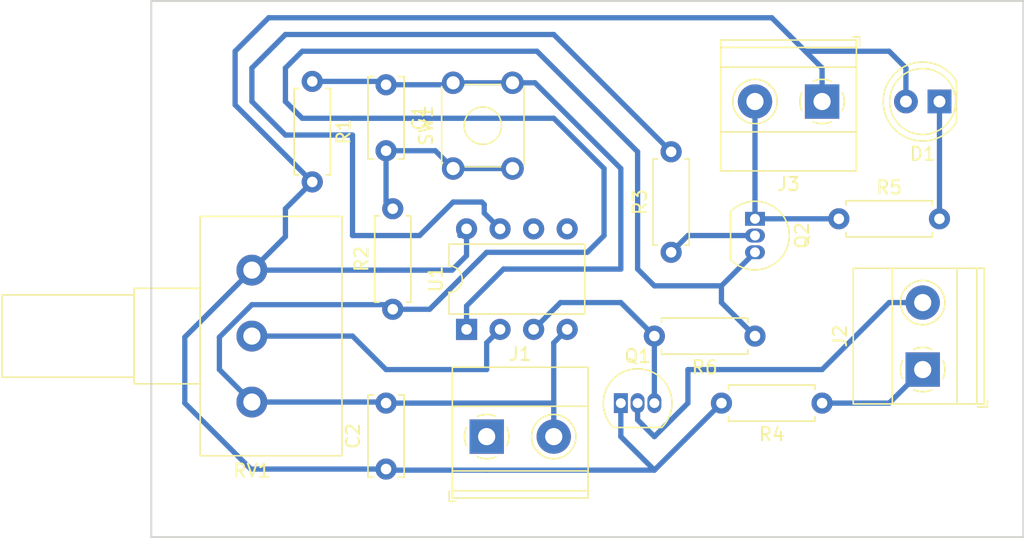
<source format=kicad_pcb>
(kicad_pcb (version 20171130) (host pcbnew "(5.1.9)-1")

  (general
    (thickness 1.6)
    (drawings 4)
    (tracks 109)
    (zones 0)
    (modules 17)
    (nets 15)
  )

  (page A4)
  (layers
    (0 F.Cu signal)
    (31 B.Cu signal)
    (32 B.Adhes user)
    (33 F.Adhes user)
    (34 B.Paste user)
    (35 F.Paste user)
    (36 B.SilkS user)
    (37 F.SilkS user)
    (38 B.Mask user)
    (39 F.Mask user)
    (40 Dwgs.User user)
    (41 Cmts.User user)
    (42 Eco1.User user)
    (43 Eco2.User user)
    (44 Edge.Cuts user)
    (45 Margin user)
    (46 B.CrtYd user)
    (47 F.CrtYd user)
    (48 B.Fab user)
    (49 F.Fab user)
  )

  (setup
    (last_trace_width 0.4)
    (user_trace_width 0.4)
    (trace_clearance 0.2)
    (zone_clearance 0.508)
    (zone_45_only no)
    (trace_min 0.2)
    (via_size 0.8)
    (via_drill 0.4)
    (via_min_size 0.4)
    (via_min_drill 0.3)
    (uvia_size 0.3)
    (uvia_drill 0.1)
    (uvias_allowed no)
    (uvia_min_size 0.2)
    (uvia_min_drill 0.1)
    (edge_width 0.05)
    (segment_width 0.2)
    (pcb_text_width 0.3)
    (pcb_text_size 1.5 1.5)
    (mod_edge_width 0.12)
    (mod_text_size 1 1)
    (mod_text_width 0.15)
    (pad_size 1.524 1.524)
    (pad_drill 0.762)
    (pad_to_mask_clearance 0)
    (aux_axis_origin 0 0)
    (visible_elements FFFFFF7F)
    (pcbplotparams
      (layerselection 0x010fc_ffffffff)
      (usegerberextensions false)
      (usegerberattributes true)
      (usegerberadvancedattributes true)
      (creategerberjobfile true)
      (excludeedgelayer true)
      (linewidth 0.100000)
      (plotframeref false)
      (viasonmask false)
      (mode 1)
      (useauxorigin false)
      (hpglpennumber 1)
      (hpglpenspeed 20)
      (hpglpendiameter 15.000000)
      (psnegative false)
      (psa4output false)
      (plotreference true)
      (plotvalue true)
      (plotinvisibletext false)
      (padsonsilk false)
      (subtractmaskfromsilk false)
      (outputformat 1)
      (mirror false)
      (drillshape 0)
      (scaleselection 1)
      (outputdirectory ""))
  )

  (net 0 "")
  (net 1 "Net-(C1-Pad2)")
  (net 2 Reset)
  (net 3 +5V)
  (net 4 GND)
  (net 5 "Net-(D1-Pad1)")
  (net 6 "Net-(J2-Pad1)")
  (net 7 "Net-(J2-Pad2)")
  (net 8 "Net-(J3-Pad2)")
  (net 9 Sensor)
  (net 10 "Net-(Q2-Pad2)")
  (net 11 Pump)
  (net 12 Potentiometer)
  (net 13 "Net-(U1-Pad5)")
  (net 14 "Net-(U1-Pad6)")

  (net_class Default "This is the default net class."
    (clearance 0.2)
    (trace_width 0.25)
    (via_dia 0.8)
    (via_drill 0.4)
    (uvia_dia 0.3)
    (uvia_drill 0.1)
    (add_net +5V)
    (add_net GND)
    (add_net "Net-(C1-Pad2)")
    (add_net "Net-(D1-Pad1)")
    (add_net "Net-(J2-Pad1)")
    (add_net "Net-(J2-Pad2)")
    (add_net "Net-(J3-Pad2)")
    (add_net "Net-(Q2-Pad2)")
    (add_net "Net-(U1-Pad5)")
    (add_net "Net-(U1-Pad6)")
    (add_net Potentiometer)
    (add_net Pump)
    (add_net Reset)
    (add_net Sensor)
  )

  (module Potentiometer_THT:Potentiometer_Alps_RK163_Single_Horizontal (layer F.Cu) (tedit 5A3D4993) (tstamp 608E6296)
    (at 71.12 109.3 180)
    (descr "Potentiometer, horizontal, Alps RK163 Single, http://www.alps.com/prod/info/E/HTML/Potentiometer/RotaryPotentiometers/RK16/RK16_list.html")
    (tags "Potentiometer horizontal Alps RK163 Single")
    (path /60939D9E)
    (fp_text reference RV1 (at 0 -15.2) (layer F.SilkS)
      (effects (font (size 1 1) (thickness 0.15)))
    )
    (fp_text value R_POT (at 0 5.2) (layer F.Fab)
      (effects (font (size 1 1) (thickness 0.15)))
    )
    (fp_line (start 19.05 -14.2) (end -6.95 -14.2) (layer F.CrtYd) (width 0.05))
    (fp_line (start 19.05 4.2) (end 19.05 -14.2) (layer F.CrtYd) (width 0.05))
    (fp_line (start -6.95 4.2) (end 19.05 4.2) (layer F.CrtYd) (width 0.05))
    (fp_line (start -6.95 -14.2) (end -6.95 4.2) (layer F.CrtYd) (width 0.05))
    (fp_line (start 18.92 -8.12) (end 18.92 -1.879) (layer F.SilkS) (width 0.12))
    (fp_line (start 8.92 -8.12) (end 8.92 -1.879) (layer F.SilkS) (width 0.12))
    (fp_line (start 8.92 -1.879) (end 18.92 -1.879) (layer F.SilkS) (width 0.12))
    (fp_line (start 8.92 -8.12) (end 18.92 -8.12) (layer F.SilkS) (width 0.12))
    (fp_line (start 8.92 -8.62) (end 8.92 -1.38) (layer F.SilkS) (width 0.12))
    (fp_line (start 3.92 -8.62) (end 3.92 -1.38) (layer F.SilkS) (width 0.12))
    (fp_line (start 3.92 -1.38) (end 8.92 -1.38) (layer F.SilkS) (width 0.12))
    (fp_line (start 3.92 -8.62) (end 8.92 -8.62) (layer F.SilkS) (width 0.12))
    (fp_line (start 3.92 -14.07) (end 3.92 4.07) (layer F.SilkS) (width 0.12))
    (fp_line (start -6.82 -14.07) (end -6.82 4.07) (layer F.SilkS) (width 0.12))
    (fp_line (start -6.82 4.07) (end 3.92 4.07) (layer F.SilkS) (width 0.12))
    (fp_line (start -6.82 -14.07) (end 3.92 -14.07) (layer F.SilkS) (width 0.12))
    (fp_line (start 18.8 -8) (end 8.8 -8) (layer F.Fab) (width 0.1))
    (fp_line (start 18.8 -2) (end 18.8 -8) (layer F.Fab) (width 0.1))
    (fp_line (start 8.8 -2) (end 18.8 -2) (layer F.Fab) (width 0.1))
    (fp_line (start 8.8 -8) (end 8.8 -2) (layer F.Fab) (width 0.1))
    (fp_line (start 8.8 -8.5) (end 3.8 -8.5) (layer F.Fab) (width 0.1))
    (fp_line (start 8.8 -1.5) (end 8.8 -8.5) (layer F.Fab) (width 0.1))
    (fp_line (start 3.8 -1.5) (end 8.8 -1.5) (layer F.Fab) (width 0.1))
    (fp_line (start 3.8 -8.5) (end 3.8 -1.5) (layer F.Fab) (width 0.1))
    (fp_line (start 3.8 -13.95) (end -6.7 -13.95) (layer F.Fab) (width 0.1))
    (fp_line (start 3.8 3.95) (end 3.8 -13.95) (layer F.Fab) (width 0.1))
    (fp_line (start -6.7 3.95) (end 3.8 3.95) (layer F.Fab) (width 0.1))
    (fp_line (start -6.7 -13.95) (end -6.7 3.95) (layer F.Fab) (width 0.1))
    (fp_text user %R (at -1.45 -5) (layer F.Fab)
      (effects (font (size 1 1) (thickness 0.15)))
    )
    (pad 3 thru_hole circle (at 0 -10 180) (size 2.34 2.34) (drill 1.3) (layers *.Cu *.Mask)
      (net 4 GND))
    (pad 2 thru_hole circle (at 0 -5 180) (size 2.34 2.34) (drill 1.3) (layers *.Cu *.Mask)
      (net 12 Potentiometer))
    (pad 1 thru_hole circle (at 0 0 180) (size 2.34 2.34) (drill 1.3) (layers *.Cu *.Mask)
      (net 3 +5V))
    (model ${KISYS3DMOD}/Potentiometer_THT.3dshapes/Potentiometer_Alps_RK163_Single_Horizontal.wrl
      (at (xyz 0 0 0))
      (scale (xyz 1 1 1))
      (rotate (xyz 0 0 0))
    )
  )

  (module TerminalBlock_Phoenix:TerminalBlock_Phoenix_MKDS-1,5-2-5.08_1x02_P5.08mm_Horizontal (layer F.Cu) (tedit 5B294EBC) (tstamp 608E59A4)
    (at 88.9 121.92)
    (descr "Terminal Block Phoenix MKDS-1,5-2-5.08, 2 pins, pitch 5.08mm, size 10.2x9.8mm^2, drill diamater 1.3mm, pad diameter 2.6mm, see http://www.farnell.com/datasheets/100425.pdf, script-generated using https://github.com/pointhi/kicad-footprint-generator/scripts/TerminalBlock_Phoenix")
    (tags "THT Terminal Block Phoenix MKDS-1,5-2-5.08 pitch 5.08mm size 10.2x9.8mm^2 drill 1.3mm pad 2.6mm")
    (path /6089FF0A)
    (fp_text reference J1 (at 2.54 -6.26) (layer F.SilkS)
      (effects (font (size 1 1) (thickness 0.15)))
    )
    (fp_text value Screw_Terminal_01x02 (at 2.54 5.66) (layer F.Fab)
      (effects (font (size 1 1) (thickness 0.15)))
    )
    (fp_line (start 8.13 -5.71) (end -3.04 -5.71) (layer F.CrtYd) (width 0.05))
    (fp_line (start 8.13 5.1) (end 8.13 -5.71) (layer F.CrtYd) (width 0.05))
    (fp_line (start -3.04 5.1) (end 8.13 5.1) (layer F.CrtYd) (width 0.05))
    (fp_line (start -3.04 -5.71) (end -3.04 5.1) (layer F.CrtYd) (width 0.05))
    (fp_line (start -2.84 4.9) (end -2.34 4.9) (layer F.SilkS) (width 0.12))
    (fp_line (start -2.84 4.16) (end -2.84 4.9) (layer F.SilkS) (width 0.12))
    (fp_line (start 3.853 1.023) (end 3.806 1.069) (layer F.SilkS) (width 0.12))
    (fp_line (start 6.15 -1.275) (end 6.115 -1.239) (layer F.SilkS) (width 0.12))
    (fp_line (start 4.046 1.239) (end 4.011 1.274) (layer F.SilkS) (width 0.12))
    (fp_line (start 6.355 -1.069) (end 6.308 -1.023) (layer F.SilkS) (width 0.12))
    (fp_line (start 6.035 -1.138) (end 3.943 0.955) (layer F.Fab) (width 0.1))
    (fp_line (start 6.218 -0.955) (end 4.126 1.138) (layer F.Fab) (width 0.1))
    (fp_line (start 0.955 -1.138) (end -1.138 0.955) (layer F.Fab) (width 0.1))
    (fp_line (start 1.138 -0.955) (end -0.955 1.138) (layer F.Fab) (width 0.1))
    (fp_line (start 7.68 -5.261) (end 7.68 4.66) (layer F.SilkS) (width 0.12))
    (fp_line (start -2.6 -5.261) (end -2.6 4.66) (layer F.SilkS) (width 0.12))
    (fp_line (start -2.6 4.66) (end 7.68 4.66) (layer F.SilkS) (width 0.12))
    (fp_line (start -2.6 -5.261) (end 7.68 -5.261) (layer F.SilkS) (width 0.12))
    (fp_line (start -2.6 -2.301) (end 7.68 -2.301) (layer F.SilkS) (width 0.12))
    (fp_line (start -2.54 -2.3) (end 7.62 -2.3) (layer F.Fab) (width 0.1))
    (fp_line (start -2.6 2.6) (end 7.68 2.6) (layer F.SilkS) (width 0.12))
    (fp_line (start -2.54 2.6) (end 7.62 2.6) (layer F.Fab) (width 0.1))
    (fp_line (start -2.6 4.1) (end 7.68 4.1) (layer F.SilkS) (width 0.12))
    (fp_line (start -2.54 4.1) (end 7.62 4.1) (layer F.Fab) (width 0.1))
    (fp_line (start -2.54 4.1) (end -2.54 -5.2) (layer F.Fab) (width 0.1))
    (fp_line (start -2.04 4.6) (end -2.54 4.1) (layer F.Fab) (width 0.1))
    (fp_line (start 7.62 4.6) (end -2.04 4.6) (layer F.Fab) (width 0.1))
    (fp_line (start 7.62 -5.2) (end 7.62 4.6) (layer F.Fab) (width 0.1))
    (fp_line (start -2.54 -5.2) (end 7.62 -5.2) (layer F.Fab) (width 0.1))
    (fp_circle (center 5.08 0) (end 6.76 0) (layer F.SilkS) (width 0.12))
    (fp_circle (center 5.08 0) (end 6.58 0) (layer F.Fab) (width 0.1))
    (fp_circle (center 0 0) (end 1.5 0) (layer F.Fab) (width 0.1))
    (fp_arc (start 0 0) (end 0 1.68) (angle -24) (layer F.SilkS) (width 0.12))
    (fp_arc (start 0 0) (end 1.535 0.684) (angle -48) (layer F.SilkS) (width 0.12))
    (fp_arc (start 0 0) (end 0.684 -1.535) (angle -48) (layer F.SilkS) (width 0.12))
    (fp_arc (start 0 0) (end -1.535 -0.684) (angle -48) (layer F.SilkS) (width 0.12))
    (fp_arc (start 0 0) (end -0.684 1.535) (angle -25) (layer F.SilkS) (width 0.12))
    (fp_text user %R (at 2.54 3.2) (layer F.Fab)
      (effects (font (size 1 1) (thickness 0.15)))
    )
    (pad 1 thru_hole rect (at 0 0) (size 2.6 2.6) (drill 1.3) (layers *.Cu *.Mask)
      (net 3 +5V))
    (pad 2 thru_hole circle (at 5.08 0) (size 2.6 2.6) (drill 1.3) (layers *.Cu *.Mask)
      (net 4 GND))
    (model ${KISYS3DMOD}/TerminalBlock_Phoenix.3dshapes/TerminalBlock_Phoenix_MKDS-1,5-2-5.08_1x02_P5.08mm_Horizontal.wrl
      (at (xyz 0 0 0))
      (scale (xyz 1 1 1))
      (rotate (xyz 0 0 0))
    )
  )

  (module Package_DIP:DIP-8_W7.62mm (layer F.Cu) (tedit 5A02E8C5) (tstamp 608E734C)
    (at 87.376 113.792 90)
    (descr "8-lead though-hole mounted DIP package, row spacing 7.62 mm (300 mils)")
    (tags "THT DIP DIL PDIP 2.54mm 7.62mm 300mil")
    (path /6089ED63)
    (fp_text reference U1 (at 3.81 -2.33 90) (layer F.SilkS)
      (effects (font (size 1 1) (thickness 0.15)))
    )
    (fp_text value ATtiny13A-PU (at 3.81 9.95 90) (layer F.Fab)
      (effects (font (size 1 1) (thickness 0.15)))
    )
    (fp_line (start 8.7 -1.55) (end -1.1 -1.55) (layer F.CrtYd) (width 0.05))
    (fp_line (start 8.7 9.15) (end 8.7 -1.55) (layer F.CrtYd) (width 0.05))
    (fp_line (start -1.1 9.15) (end 8.7 9.15) (layer F.CrtYd) (width 0.05))
    (fp_line (start -1.1 -1.55) (end -1.1 9.15) (layer F.CrtYd) (width 0.05))
    (fp_line (start 6.46 -1.33) (end 4.81 -1.33) (layer F.SilkS) (width 0.12))
    (fp_line (start 6.46 8.95) (end 6.46 -1.33) (layer F.SilkS) (width 0.12))
    (fp_line (start 1.16 8.95) (end 6.46 8.95) (layer F.SilkS) (width 0.12))
    (fp_line (start 1.16 -1.33) (end 1.16 8.95) (layer F.SilkS) (width 0.12))
    (fp_line (start 2.81 -1.33) (end 1.16 -1.33) (layer F.SilkS) (width 0.12))
    (fp_line (start 0.635 -0.27) (end 1.635 -1.27) (layer F.Fab) (width 0.1))
    (fp_line (start 0.635 8.89) (end 0.635 -0.27) (layer F.Fab) (width 0.1))
    (fp_line (start 6.985 8.89) (end 0.635 8.89) (layer F.Fab) (width 0.1))
    (fp_line (start 6.985 -1.27) (end 6.985 8.89) (layer F.Fab) (width 0.1))
    (fp_line (start 1.635 -1.27) (end 6.985 -1.27) (layer F.Fab) (width 0.1))
    (fp_arc (start 3.81 -1.33) (end 2.81 -1.33) (angle -180) (layer F.SilkS) (width 0.12))
    (fp_text user %R (at 3.81 3.81 90) (layer F.Fab)
      (effects (font (size 1 1) (thickness 0.15)))
    )
    (pad 1 thru_hole rect (at 0 0 90) (size 1.6 1.6) (drill 0.8) (layers *.Cu *.Mask)
      (net 2 Reset))
    (pad 5 thru_hole oval (at 7.62 7.62 90) (size 1.6 1.6) (drill 0.8) (layers *.Cu *.Mask)
      (net 13 "Net-(U1-Pad5)"))
    (pad 2 thru_hole oval (at 0 2.54 90) (size 1.6 1.6) (drill 0.8) (layers *.Cu *.Mask)
      (net 12 Potentiometer))
    (pad 6 thru_hole oval (at 7.62 5.08 90) (size 1.6 1.6) (drill 0.8) (layers *.Cu *.Mask)
      (net 14 "Net-(U1-Pad6)"))
    (pad 3 thru_hole oval (at 0 5.08 90) (size 1.6 1.6) (drill 0.8) (layers *.Cu *.Mask)
      (net 9 Sensor))
    (pad 7 thru_hole oval (at 7.62 2.54 90) (size 1.6 1.6) (drill 0.8) (layers *.Cu *.Mask)
      (net 11 Pump))
    (pad 4 thru_hole oval (at 0 7.62 90) (size 1.6 1.6) (drill 0.8) (layers *.Cu *.Mask)
      (net 4 GND))
    (pad 8 thru_hole oval (at 7.62 0 90) (size 1.6 1.6) (drill 0.8) (layers *.Cu *.Mask)
      (net 3 +5V))
    (model ${KISYS3DMOD}/Package_DIP.3dshapes/DIP-8_W7.62mm.wrl
      (at (xyz 0 0 0))
      (scale (xyz 1 1 1))
      (rotate (xyz 0 0 0))
    )
  )

  (module Capacitor_THT:C_Disc_D6.0mm_W2.5mm_P5.00mm (layer F.Cu) (tedit 5AE50EF0) (tstamp 608E5951)
    (at 81.28 95.25 270)
    (descr "C, Disc series, Radial, pin pitch=5.00mm, , diameter*width=6*2.5mm^2, Capacitor, http://cdn-reichelt.de/documents/datenblatt/B300/DS_KERKO_TC.pdf")
    (tags "C Disc series Radial pin pitch 5.00mm  diameter 6mm width 2.5mm Capacitor")
    (path /6090ADF5)
    (fp_text reference C1 (at 2.5 -2.5 90) (layer F.SilkS)
      (effects (font (size 1 1) (thickness 0.15)))
    )
    (fp_text value 100n (at 2.5 2.5 90) (layer F.Fab)
      (effects (font (size 1 1) (thickness 0.15)))
    )
    (fp_text user %R (at 2.5 0 90) (layer F.Fab)
      (effects (font (size 1 1) (thickness 0.15)))
    )
    (fp_line (start -0.5 -1.25) (end -0.5 1.25) (layer F.Fab) (width 0.1))
    (fp_line (start -0.5 1.25) (end 5.5 1.25) (layer F.Fab) (width 0.1))
    (fp_line (start 5.5 1.25) (end 5.5 -1.25) (layer F.Fab) (width 0.1))
    (fp_line (start 5.5 -1.25) (end -0.5 -1.25) (layer F.Fab) (width 0.1))
    (fp_line (start -0.62 -1.37) (end 5.62 -1.37) (layer F.SilkS) (width 0.12))
    (fp_line (start -0.62 1.37) (end 5.62 1.37) (layer F.SilkS) (width 0.12))
    (fp_line (start -0.62 -1.37) (end -0.62 -0.925) (layer F.SilkS) (width 0.12))
    (fp_line (start -0.62 0.925) (end -0.62 1.37) (layer F.SilkS) (width 0.12))
    (fp_line (start 5.62 -1.37) (end 5.62 -0.925) (layer F.SilkS) (width 0.12))
    (fp_line (start 5.62 0.925) (end 5.62 1.37) (layer F.SilkS) (width 0.12))
    (fp_line (start -1.05 -1.5) (end -1.05 1.5) (layer F.CrtYd) (width 0.05))
    (fp_line (start -1.05 1.5) (end 6.05 1.5) (layer F.CrtYd) (width 0.05))
    (fp_line (start 6.05 1.5) (end 6.05 -1.5) (layer F.CrtYd) (width 0.05))
    (fp_line (start 6.05 -1.5) (end -1.05 -1.5) (layer F.CrtYd) (width 0.05))
    (pad 2 thru_hole circle (at 5 0 270) (size 1.6 1.6) (drill 0.8) (layers *.Cu *.Mask)
      (net 1 "Net-(C1-Pad2)"))
    (pad 1 thru_hole circle (at 0 0 270) (size 1.6 1.6) (drill 0.8) (layers *.Cu *.Mask)
      (net 2 Reset))
    (model ${KISYS3DMOD}/Capacitor_THT.3dshapes/C_Disc_D6.0mm_W2.5mm_P5.00mm.wrl
      (at (xyz 0 0 0))
      (scale (xyz 1 1 1))
      (rotate (xyz 0 0 0))
    )
  )

  (module Capacitor_THT:C_Disc_D6.0mm_W2.5mm_P5.00mm (layer F.Cu) (tedit 5AE50EF0) (tstamp 608E96E9)
    (at 81.28 124.38 90)
    (descr "C, Disc series, Radial, pin pitch=5.00mm, , diameter*width=6*2.5mm^2, Capacitor, http://cdn-reichelt.de/documents/datenblatt/B300/DS_KERKO_TC.pdf")
    (tags "C Disc series Radial pin pitch 5.00mm  diameter 6mm width 2.5mm Capacitor")
    (path /60A4B192)
    (fp_text reference C2 (at 2.5 -2.5 90) (layer F.SilkS)
      (effects (font (size 1 1) (thickness 0.15)))
    )
    (fp_text value 100n (at 2.5 2.5 90) (layer F.Fab)
      (effects (font (size 1 1) (thickness 0.15)))
    )
    (fp_line (start 6.05 -1.5) (end -1.05 -1.5) (layer F.CrtYd) (width 0.05))
    (fp_line (start 6.05 1.5) (end 6.05 -1.5) (layer F.CrtYd) (width 0.05))
    (fp_line (start -1.05 1.5) (end 6.05 1.5) (layer F.CrtYd) (width 0.05))
    (fp_line (start -1.05 -1.5) (end -1.05 1.5) (layer F.CrtYd) (width 0.05))
    (fp_line (start 5.62 0.925) (end 5.62 1.37) (layer F.SilkS) (width 0.12))
    (fp_line (start 5.62 -1.37) (end 5.62 -0.925) (layer F.SilkS) (width 0.12))
    (fp_line (start -0.62 0.925) (end -0.62 1.37) (layer F.SilkS) (width 0.12))
    (fp_line (start -0.62 -1.37) (end -0.62 -0.925) (layer F.SilkS) (width 0.12))
    (fp_line (start -0.62 1.37) (end 5.62 1.37) (layer F.SilkS) (width 0.12))
    (fp_line (start -0.62 -1.37) (end 5.62 -1.37) (layer F.SilkS) (width 0.12))
    (fp_line (start 5.5 -1.25) (end -0.5 -1.25) (layer F.Fab) (width 0.1))
    (fp_line (start 5.5 1.25) (end 5.5 -1.25) (layer F.Fab) (width 0.1))
    (fp_line (start -0.5 1.25) (end 5.5 1.25) (layer F.Fab) (width 0.1))
    (fp_line (start -0.5 -1.25) (end -0.5 1.25) (layer F.Fab) (width 0.1))
    (fp_text user %R (at 2.5 0 90) (layer F.Fab)
      (effects (font (size 1 1) (thickness 0.15)))
    )
    (pad 1 thru_hole circle (at 0 0 90) (size 1.6 1.6) (drill 0.8) (layers *.Cu *.Mask)
      (net 3 +5V))
    (pad 2 thru_hole circle (at 5 0 90) (size 1.6 1.6) (drill 0.8) (layers *.Cu *.Mask)
      (net 4 GND))
    (model ${KISYS3DMOD}/Capacitor_THT.3dshapes/C_Disc_D6.0mm_W2.5mm_P5.00mm.wrl
      (at (xyz 0 0 0))
      (scale (xyz 1 1 1))
      (rotate (xyz 0 0 0))
    )
  )

  (module LED_THT:LED_D5.0mm (layer F.Cu) (tedit 5995936A) (tstamp 608E8B35)
    (at 123.19 96.52 180)
    (descr "LED, diameter 5.0mm, 2 pins, http://cdn-reichelt.de/documents/datenblatt/A500/LL-504BC2E-009.pdf")
    (tags "LED diameter 5.0mm 2 pins")
    (path /608ED5E0)
    (fp_text reference D1 (at 1.27 -3.96) (layer F.SilkS)
      (effects (font (size 1 1) (thickness 0.15)))
    )
    (fp_text value LED (at 1.27 3.96) (layer F.Fab)
      (effects (font (size 1 1) (thickness 0.15)))
    )
    (fp_line (start 4.5 -3.25) (end -1.95 -3.25) (layer F.CrtYd) (width 0.05))
    (fp_line (start 4.5 3.25) (end 4.5 -3.25) (layer F.CrtYd) (width 0.05))
    (fp_line (start -1.95 3.25) (end 4.5 3.25) (layer F.CrtYd) (width 0.05))
    (fp_line (start -1.95 -3.25) (end -1.95 3.25) (layer F.CrtYd) (width 0.05))
    (fp_line (start -1.29 -1.545) (end -1.29 1.545) (layer F.SilkS) (width 0.12))
    (fp_line (start -1.23 -1.469694) (end -1.23 1.469694) (layer F.Fab) (width 0.1))
    (fp_circle (center 1.27 0) (end 3.77 0) (layer F.SilkS) (width 0.12))
    (fp_circle (center 1.27 0) (end 3.77 0) (layer F.Fab) (width 0.1))
    (fp_arc (start 1.27 0) (end -1.23 -1.469694) (angle 299.1) (layer F.Fab) (width 0.1))
    (fp_arc (start 1.27 0) (end -1.29 -1.54483) (angle 148.9) (layer F.SilkS) (width 0.12))
    (fp_arc (start 1.27 0) (end -1.29 1.54483) (angle -148.9) (layer F.SilkS) (width 0.12))
    (fp_text user %R (at 1.25 0) (layer F.Fab)
      (effects (font (size 0.8 0.8) (thickness 0.2)))
    )
    (pad 1 thru_hole rect (at 0 0 180) (size 1.8 1.8) (drill 0.9) (layers *.Cu *.Mask)
      (net 5 "Net-(D1-Pad1)"))
    (pad 2 thru_hole circle (at 2.54 0 180) (size 1.8 1.8) (drill 0.9) (layers *.Cu *.Mask)
      (net 3 +5V))
    (model ${KISYS3DMOD}/LED_THT.3dshapes/LED_D5.0mm.wrl
      (at (xyz 0 0 0))
      (scale (xyz 1 1 1))
      (rotate (xyz 0 0 0))
    )
  )

  (module TerminalBlock_Phoenix:TerminalBlock_Phoenix_MKDS-1,5-2-5.08_1x02_P5.08mm_Horizontal (layer F.Cu) (tedit 5B294EBC) (tstamp 608E8D68)
    (at 121.92 116.84 90)
    (descr "Terminal Block Phoenix MKDS-1,5-2-5.08, 2 pins, pitch 5.08mm, size 10.2x9.8mm^2, drill diamater 1.3mm, pad diameter 2.6mm, see http://www.farnell.com/datasheets/100425.pdf, script-generated using https://github.com/pointhi/kicad-footprint-generator/scripts/TerminalBlock_Phoenix")
    (tags "THT Terminal Block Phoenix MKDS-1,5-2-5.08 pitch 5.08mm size 10.2x9.8mm^2 drill 1.3mm pad 2.6mm")
    (path /608DCD99)
    (fp_text reference J2 (at 2.54 -6.26 90) (layer F.SilkS)
      (effects (font (size 1 1) (thickness 0.15)))
    )
    (fp_text value Screw_Terminal_01x02 (at 2.54 5.66 90) (layer F.Fab)
      (effects (font (size 1 1) (thickness 0.15)))
    )
    (fp_line (start 8.13 -5.71) (end -3.04 -5.71) (layer F.CrtYd) (width 0.05))
    (fp_line (start 8.13 5.1) (end 8.13 -5.71) (layer F.CrtYd) (width 0.05))
    (fp_line (start -3.04 5.1) (end 8.13 5.1) (layer F.CrtYd) (width 0.05))
    (fp_line (start -3.04 -5.71) (end -3.04 5.1) (layer F.CrtYd) (width 0.05))
    (fp_line (start -2.84 4.9) (end -2.34 4.9) (layer F.SilkS) (width 0.12))
    (fp_line (start -2.84 4.16) (end -2.84 4.9) (layer F.SilkS) (width 0.12))
    (fp_line (start 3.853 1.023) (end 3.806 1.069) (layer F.SilkS) (width 0.12))
    (fp_line (start 6.15 -1.275) (end 6.115 -1.239) (layer F.SilkS) (width 0.12))
    (fp_line (start 4.046 1.239) (end 4.011 1.274) (layer F.SilkS) (width 0.12))
    (fp_line (start 6.355 -1.069) (end 6.308 -1.023) (layer F.SilkS) (width 0.12))
    (fp_line (start 6.035 -1.138) (end 3.943 0.955) (layer F.Fab) (width 0.1))
    (fp_line (start 6.218 -0.955) (end 4.126 1.138) (layer F.Fab) (width 0.1))
    (fp_line (start 0.955 -1.138) (end -1.138 0.955) (layer F.Fab) (width 0.1))
    (fp_line (start 1.138 -0.955) (end -0.955 1.138) (layer F.Fab) (width 0.1))
    (fp_line (start 7.68 -5.261) (end 7.68 4.66) (layer F.SilkS) (width 0.12))
    (fp_line (start -2.6 -5.261) (end -2.6 4.66) (layer F.SilkS) (width 0.12))
    (fp_line (start -2.6 4.66) (end 7.68 4.66) (layer F.SilkS) (width 0.12))
    (fp_line (start -2.6 -5.261) (end 7.68 -5.261) (layer F.SilkS) (width 0.12))
    (fp_line (start -2.6 -2.301) (end 7.68 -2.301) (layer F.SilkS) (width 0.12))
    (fp_line (start -2.54 -2.3) (end 7.62 -2.3) (layer F.Fab) (width 0.1))
    (fp_line (start -2.6 2.6) (end 7.68 2.6) (layer F.SilkS) (width 0.12))
    (fp_line (start -2.54 2.6) (end 7.62 2.6) (layer F.Fab) (width 0.1))
    (fp_line (start -2.6 4.1) (end 7.68 4.1) (layer F.SilkS) (width 0.12))
    (fp_line (start -2.54 4.1) (end 7.62 4.1) (layer F.Fab) (width 0.1))
    (fp_line (start -2.54 4.1) (end -2.54 -5.2) (layer F.Fab) (width 0.1))
    (fp_line (start -2.04 4.6) (end -2.54 4.1) (layer F.Fab) (width 0.1))
    (fp_line (start 7.62 4.6) (end -2.04 4.6) (layer F.Fab) (width 0.1))
    (fp_line (start 7.62 -5.2) (end 7.62 4.6) (layer F.Fab) (width 0.1))
    (fp_line (start -2.54 -5.2) (end 7.62 -5.2) (layer F.Fab) (width 0.1))
    (fp_circle (center 5.08 0) (end 6.76 0) (layer F.SilkS) (width 0.12))
    (fp_circle (center 5.08 0) (end 6.58 0) (layer F.Fab) (width 0.1))
    (fp_circle (center 0 0) (end 1.5 0) (layer F.Fab) (width 0.1))
    (fp_arc (start 0 0) (end 0 1.68) (angle -24) (layer F.SilkS) (width 0.12))
    (fp_arc (start 0 0) (end 1.535 0.684) (angle -48) (layer F.SilkS) (width 0.12))
    (fp_arc (start 0 0) (end 0.684 -1.535) (angle -48) (layer F.SilkS) (width 0.12))
    (fp_arc (start 0 0) (end -1.535 -0.684) (angle -48) (layer F.SilkS) (width 0.12))
    (fp_arc (start 0 0) (end -0.684 1.535) (angle -25) (layer F.SilkS) (width 0.12))
    (fp_text user %R (at 2.54 3.2 90) (layer F.Fab)
      (effects (font (size 1 1) (thickness 0.15)))
    )
    (pad 1 thru_hole rect (at 0 0 90) (size 2.6 2.6) (drill 1.3) (layers *.Cu *.Mask)
      (net 6 "Net-(J2-Pad1)"))
    (pad 2 thru_hole circle (at 5.08 0 90) (size 2.6 2.6) (drill 1.3) (layers *.Cu *.Mask)
      (net 7 "Net-(J2-Pad2)"))
    (model ${KISYS3DMOD}/TerminalBlock_Phoenix.3dshapes/TerminalBlock_Phoenix_MKDS-1,5-2-5.08_1x02_P5.08mm_Horizontal.wrl
      (at (xyz 0 0 0))
      (scale (xyz 1 1 1))
      (rotate (xyz 0 0 0))
    )
  )

  (module TerminalBlock_Phoenix:TerminalBlock_Phoenix_MKDS-1,5-2-5.08_1x02_P5.08mm_Horizontal (layer F.Cu) (tedit 5B294EBC) (tstamp 608E59FC)
    (at 114.3 96.52 180)
    (descr "Terminal Block Phoenix MKDS-1,5-2-5.08, 2 pins, pitch 5.08mm, size 10.2x9.8mm^2, drill diamater 1.3mm, pad diameter 2.6mm, see http://www.farnell.com/datasheets/100425.pdf, script-generated using https://github.com/pointhi/kicad-footprint-generator/scripts/TerminalBlock_Phoenix")
    (tags "THT Terminal Block Phoenix MKDS-1,5-2-5.08 pitch 5.08mm size 10.2x9.8mm^2 drill 1.3mm pad 2.6mm")
    (path /608B19B6)
    (fp_text reference J3 (at 2.54 -6.26) (layer F.SilkS)
      (effects (font (size 1 1) (thickness 0.15)))
    )
    (fp_text value Screw_Terminal_01x02 (at 2.54 5.66) (layer F.Fab)
      (effects (font (size 1 1) (thickness 0.15)))
    )
    (fp_text user %R (at 2.54 3.2) (layer F.Fab)
      (effects (font (size 1 1) (thickness 0.15)))
    )
    (fp_arc (start 0 0) (end -0.684 1.535) (angle -25) (layer F.SilkS) (width 0.12))
    (fp_arc (start 0 0) (end -1.535 -0.684) (angle -48) (layer F.SilkS) (width 0.12))
    (fp_arc (start 0 0) (end 0.684 -1.535) (angle -48) (layer F.SilkS) (width 0.12))
    (fp_arc (start 0 0) (end 1.535 0.684) (angle -48) (layer F.SilkS) (width 0.12))
    (fp_arc (start 0 0) (end 0 1.68) (angle -24) (layer F.SilkS) (width 0.12))
    (fp_circle (center 0 0) (end 1.5 0) (layer F.Fab) (width 0.1))
    (fp_circle (center 5.08 0) (end 6.58 0) (layer F.Fab) (width 0.1))
    (fp_circle (center 5.08 0) (end 6.76 0) (layer F.SilkS) (width 0.12))
    (fp_line (start -2.54 -5.2) (end 7.62 -5.2) (layer F.Fab) (width 0.1))
    (fp_line (start 7.62 -5.2) (end 7.62 4.6) (layer F.Fab) (width 0.1))
    (fp_line (start 7.62 4.6) (end -2.04 4.6) (layer F.Fab) (width 0.1))
    (fp_line (start -2.04 4.6) (end -2.54 4.1) (layer F.Fab) (width 0.1))
    (fp_line (start -2.54 4.1) (end -2.54 -5.2) (layer F.Fab) (width 0.1))
    (fp_line (start -2.54 4.1) (end 7.62 4.1) (layer F.Fab) (width 0.1))
    (fp_line (start -2.6 4.1) (end 7.68 4.1) (layer F.SilkS) (width 0.12))
    (fp_line (start -2.54 2.6) (end 7.62 2.6) (layer F.Fab) (width 0.1))
    (fp_line (start -2.6 2.6) (end 7.68 2.6) (layer F.SilkS) (width 0.12))
    (fp_line (start -2.54 -2.3) (end 7.62 -2.3) (layer F.Fab) (width 0.1))
    (fp_line (start -2.6 -2.301) (end 7.68 -2.301) (layer F.SilkS) (width 0.12))
    (fp_line (start -2.6 -5.261) (end 7.68 -5.261) (layer F.SilkS) (width 0.12))
    (fp_line (start -2.6 4.66) (end 7.68 4.66) (layer F.SilkS) (width 0.12))
    (fp_line (start -2.6 -5.261) (end -2.6 4.66) (layer F.SilkS) (width 0.12))
    (fp_line (start 7.68 -5.261) (end 7.68 4.66) (layer F.SilkS) (width 0.12))
    (fp_line (start 1.138 -0.955) (end -0.955 1.138) (layer F.Fab) (width 0.1))
    (fp_line (start 0.955 -1.138) (end -1.138 0.955) (layer F.Fab) (width 0.1))
    (fp_line (start 6.218 -0.955) (end 4.126 1.138) (layer F.Fab) (width 0.1))
    (fp_line (start 6.035 -1.138) (end 3.943 0.955) (layer F.Fab) (width 0.1))
    (fp_line (start 6.355 -1.069) (end 6.308 -1.023) (layer F.SilkS) (width 0.12))
    (fp_line (start 4.046 1.239) (end 4.011 1.274) (layer F.SilkS) (width 0.12))
    (fp_line (start 6.15 -1.275) (end 6.115 -1.239) (layer F.SilkS) (width 0.12))
    (fp_line (start 3.853 1.023) (end 3.806 1.069) (layer F.SilkS) (width 0.12))
    (fp_line (start -2.84 4.16) (end -2.84 4.9) (layer F.SilkS) (width 0.12))
    (fp_line (start -2.84 4.9) (end -2.34 4.9) (layer F.SilkS) (width 0.12))
    (fp_line (start -3.04 -5.71) (end -3.04 5.1) (layer F.CrtYd) (width 0.05))
    (fp_line (start -3.04 5.1) (end 8.13 5.1) (layer F.CrtYd) (width 0.05))
    (fp_line (start 8.13 5.1) (end 8.13 -5.71) (layer F.CrtYd) (width 0.05))
    (fp_line (start 8.13 -5.71) (end -3.04 -5.71) (layer F.CrtYd) (width 0.05))
    (pad 2 thru_hole circle (at 5.08 0 180) (size 2.6 2.6) (drill 1.3) (layers *.Cu *.Mask)
      (net 8 "Net-(J3-Pad2)"))
    (pad 1 thru_hole rect (at 0 0 180) (size 2.6 2.6) (drill 1.3) (layers *.Cu *.Mask)
      (net 3 +5V))
    (model ${KISYS3DMOD}/TerminalBlock_Phoenix.3dshapes/TerminalBlock_Phoenix_MKDS-1,5-2-5.08_1x02_P5.08mm_Horizontal.wrl
      (at (xyz 0 0 0))
      (scale (xyz 1 1 1))
      (rotate (xyz 0 0 0))
    )
  )

  (module Package_TO_SOT_THT:TO-92_Inline (layer F.Cu) (tedit 5A1DD157) (tstamp 608E8C78)
    (at 99.06 119.38)
    (descr "TO-92 leads in-line, narrow, oval pads, drill 0.75mm (see NXP sot054_po.pdf)")
    (tags "to-92 sc-43 sc-43a sot54 PA33 transistor")
    (path /608DC426)
    (fp_text reference Q1 (at 1.27 -3.56) (layer F.SilkS)
      (effects (font (size 1 1) (thickness 0.15)))
    )
    (fp_text value BC547 (at 1.27 2.79) (layer F.Fab)
      (effects (font (size 1 1) (thickness 0.15)))
    )
    (fp_line (start 4 2.01) (end -1.46 2.01) (layer F.CrtYd) (width 0.05))
    (fp_line (start 4 2.01) (end 4 -2.73) (layer F.CrtYd) (width 0.05))
    (fp_line (start -1.46 -2.73) (end -1.46 2.01) (layer F.CrtYd) (width 0.05))
    (fp_line (start -1.46 -2.73) (end 4 -2.73) (layer F.CrtYd) (width 0.05))
    (fp_line (start -0.5 1.75) (end 3 1.75) (layer F.Fab) (width 0.1))
    (fp_line (start -0.53 1.85) (end 3.07 1.85) (layer F.SilkS) (width 0.12))
    (fp_text user %R (at 1.27 0) (layer F.Fab)
      (effects (font (size 1 1) (thickness 0.15)))
    )
    (fp_arc (start 1.27 0) (end 1.27 -2.48) (angle 135) (layer F.Fab) (width 0.1))
    (fp_arc (start 1.27 0) (end 1.27 -2.6) (angle -135) (layer F.SilkS) (width 0.12))
    (fp_arc (start 1.27 0) (end 1.27 -2.48) (angle -135) (layer F.Fab) (width 0.1))
    (fp_arc (start 1.27 0) (end 1.27 -2.6) (angle 135) (layer F.SilkS) (width 0.12))
    (pad 2 thru_hole oval (at 1.27 0) (size 1.05 1.5) (drill 0.75) (layers *.Cu *.Mask)
      (net 7 "Net-(J2-Pad2)"))
    (pad 3 thru_hole oval (at 2.54 0) (size 1.05 1.5) (drill 0.75) (layers *.Cu *.Mask)
      (net 9 Sensor))
    (pad 1 thru_hole rect (at 0 0) (size 1.05 1.5) (drill 0.75) (layers *.Cu *.Mask)
      (net 3 +5V))
    (model ${KISYS3DMOD}/Package_TO_SOT_THT.3dshapes/TO-92_Inline.wrl
      (at (xyz 0 0 0))
      (scale (xyz 1 1 1))
      (rotate (xyz 0 0 0))
    )
  )

  (module Package_TO_SOT_THT:TO-92_Inline (layer F.Cu) (tedit 5A1DD157) (tstamp 608E8A7E)
    (at 109.22 105.41 270)
    (descr "TO-92 leads in-line, narrow, oval pads, drill 0.75mm (see NXP sot054_po.pdf)")
    (tags "to-92 sc-43 sc-43a sot54 PA33 transistor")
    (path /608A0728)
    (fp_text reference Q2 (at 1.27 -3.56 90) (layer F.SilkS)
      (effects (font (size 1 1) (thickness 0.15)))
    )
    (fp_text value BC337 (at 1.27 2.79 90) (layer F.Fab)
      (effects (font (size 1 1) (thickness 0.15)))
    )
    (fp_arc (start 1.27 0) (end 1.27 -2.6) (angle 135) (layer F.SilkS) (width 0.12))
    (fp_arc (start 1.27 0) (end 1.27 -2.48) (angle -135) (layer F.Fab) (width 0.1))
    (fp_arc (start 1.27 0) (end 1.27 -2.6) (angle -135) (layer F.SilkS) (width 0.12))
    (fp_arc (start 1.27 0) (end 1.27 -2.48) (angle 135) (layer F.Fab) (width 0.1))
    (fp_text user %R (at 1.27 0 90) (layer F.Fab)
      (effects (font (size 1 1) (thickness 0.15)))
    )
    (fp_line (start -0.53 1.85) (end 3.07 1.85) (layer F.SilkS) (width 0.12))
    (fp_line (start -0.5 1.75) (end 3 1.75) (layer F.Fab) (width 0.1))
    (fp_line (start -1.46 -2.73) (end 4 -2.73) (layer F.CrtYd) (width 0.05))
    (fp_line (start -1.46 -2.73) (end -1.46 2.01) (layer F.CrtYd) (width 0.05))
    (fp_line (start 4 2.01) (end 4 -2.73) (layer F.CrtYd) (width 0.05))
    (fp_line (start 4 2.01) (end -1.46 2.01) (layer F.CrtYd) (width 0.05))
    (pad 1 thru_hole rect (at 0 0 270) (size 1.05 1.5) (drill 0.75) (layers *.Cu *.Mask)
      (net 8 "Net-(J3-Pad2)"))
    (pad 3 thru_hole oval (at 2.54 0 270) (size 1.05 1.5) (drill 0.75) (layers *.Cu *.Mask)
      (net 4 GND))
    (pad 2 thru_hole oval (at 1.27 0 270) (size 1.05 1.5) (drill 0.75) (layers *.Cu *.Mask)
      (net 10 "Net-(Q2-Pad2)"))
    (model ${KISYS3DMOD}/Package_TO_SOT_THT.3dshapes/TO-92_Inline.wrl
      (at (xyz 0 0 0))
      (scale (xyz 1 1 1))
      (rotate (xyz 0 0 0))
    )
  )

  (module Resistor_THT:R_Axial_DIN0207_L6.3mm_D2.5mm_P7.62mm_Horizontal (layer F.Cu) (tedit 5AE5139B) (tstamp 608E5A37)
    (at 75.692 94.996 270)
    (descr "Resistor, Axial_DIN0207 series, Axial, Horizontal, pin pitch=7.62mm, 0.25W = 1/4W, length*diameter=6.3*2.5mm^2, http://cdn-reichelt.de/documents/datenblatt/B400/1_4W%23YAG.pdf")
    (tags "Resistor Axial_DIN0207 series Axial Horizontal pin pitch 7.62mm 0.25W = 1/4W length 6.3mm diameter 2.5mm")
    (path /6090B1A4)
    (fp_text reference R1 (at 3.81 -2.37 90) (layer F.SilkS)
      (effects (font (size 1 1) (thickness 0.15)))
    )
    (fp_text value 10K (at 3.81 -0.508 90) (layer F.Fab)
      (effects (font (size 1 1) (thickness 0.15)))
    )
    (fp_text user %R (at 3.81 0 90) (layer F.Fab)
      (effects (font (size 1 1) (thickness 0.15)))
    )
    (fp_line (start 0.66 -1.25) (end 0.66 1.25) (layer F.Fab) (width 0.1))
    (fp_line (start 0.66 1.25) (end 6.96 1.25) (layer F.Fab) (width 0.1))
    (fp_line (start 6.96 1.25) (end 6.96 -1.25) (layer F.Fab) (width 0.1))
    (fp_line (start 6.96 -1.25) (end 0.66 -1.25) (layer F.Fab) (width 0.1))
    (fp_line (start 0 0) (end 0.66 0) (layer F.Fab) (width 0.1))
    (fp_line (start 7.62 0) (end 6.96 0) (layer F.Fab) (width 0.1))
    (fp_line (start 0.54 -1.04) (end 0.54 -1.37) (layer F.SilkS) (width 0.12))
    (fp_line (start 0.54 -1.37) (end 7.08 -1.37) (layer F.SilkS) (width 0.12))
    (fp_line (start 7.08 -1.37) (end 7.08 -1.04) (layer F.SilkS) (width 0.12))
    (fp_line (start 0.54 1.04) (end 0.54 1.37) (layer F.SilkS) (width 0.12))
    (fp_line (start 0.54 1.37) (end 7.08 1.37) (layer F.SilkS) (width 0.12))
    (fp_line (start 7.08 1.37) (end 7.08 1.04) (layer F.SilkS) (width 0.12))
    (fp_line (start -1.05 -1.5) (end -1.05 1.5) (layer F.CrtYd) (width 0.05))
    (fp_line (start -1.05 1.5) (end 8.67 1.5) (layer F.CrtYd) (width 0.05))
    (fp_line (start 8.67 1.5) (end 8.67 -1.5) (layer F.CrtYd) (width 0.05))
    (fp_line (start 8.67 -1.5) (end -1.05 -1.5) (layer F.CrtYd) (width 0.05))
    (pad 2 thru_hole oval (at 7.62 0 270) (size 1.6 1.6) (drill 0.8) (layers *.Cu *.Mask)
      (net 3 +5V))
    (pad 1 thru_hole circle (at 0 0 270) (size 1.6 1.6) (drill 0.8) (layers *.Cu *.Mask)
      (net 2 Reset))
    (model ${KISYS3DMOD}/Resistor_THT.3dshapes/R_Axial_DIN0207_L6.3mm_D2.5mm_P7.62mm_Horizontal.wrl
      (at (xyz 0 0 0))
      (scale (xyz 1 1 1))
      (rotate (xyz 0 0 0))
    )
  )

  (module Resistor_THT:R_Axial_DIN0207_L6.3mm_D2.5mm_P7.62mm_Horizontal (layer F.Cu) (tedit 5AE5139B) (tstamp 608E5A4E)
    (at 81.788 112.268 90)
    (descr "Resistor, Axial_DIN0207 series, Axial, Horizontal, pin pitch=7.62mm, 0.25W = 1/4W, length*diameter=6.3*2.5mm^2, http://cdn-reichelt.de/documents/datenblatt/B400/1_4W%23YAG.pdf")
    (tags "Resistor Axial_DIN0207 series Axial Horizontal pin pitch 7.62mm 0.25W = 1/4W length 6.3mm diameter 2.5mm")
    (path /609102F0)
    (fp_text reference R2 (at 3.81 -2.37 90) (layer F.SilkS)
      (effects (font (size 1 1) (thickness 0.15)))
    )
    (fp_text value 1K (at 3.81 -0.508 90) (layer F.Fab)
      (effects (font (size 1 1) (thickness 0.15)))
    )
    (fp_line (start 8.67 -1.5) (end -1.05 -1.5) (layer F.CrtYd) (width 0.05))
    (fp_line (start 8.67 1.5) (end 8.67 -1.5) (layer F.CrtYd) (width 0.05))
    (fp_line (start -1.05 1.5) (end 8.67 1.5) (layer F.CrtYd) (width 0.05))
    (fp_line (start -1.05 -1.5) (end -1.05 1.5) (layer F.CrtYd) (width 0.05))
    (fp_line (start 7.08 1.37) (end 7.08 1.04) (layer F.SilkS) (width 0.12))
    (fp_line (start 0.54 1.37) (end 7.08 1.37) (layer F.SilkS) (width 0.12))
    (fp_line (start 0.54 1.04) (end 0.54 1.37) (layer F.SilkS) (width 0.12))
    (fp_line (start 7.08 -1.37) (end 7.08 -1.04) (layer F.SilkS) (width 0.12))
    (fp_line (start 0.54 -1.37) (end 7.08 -1.37) (layer F.SilkS) (width 0.12))
    (fp_line (start 0.54 -1.04) (end 0.54 -1.37) (layer F.SilkS) (width 0.12))
    (fp_line (start 7.62 0) (end 6.96 0) (layer F.Fab) (width 0.1))
    (fp_line (start 0 0) (end 0.66 0) (layer F.Fab) (width 0.1))
    (fp_line (start 6.96 -1.25) (end 0.66 -1.25) (layer F.Fab) (width 0.1))
    (fp_line (start 6.96 1.25) (end 6.96 -1.25) (layer F.Fab) (width 0.1))
    (fp_line (start 0.66 1.25) (end 6.96 1.25) (layer F.Fab) (width 0.1))
    (fp_line (start 0.66 -1.25) (end 0.66 1.25) (layer F.Fab) (width 0.1))
    (fp_text user %R (at 3.81 0 90) (layer F.Fab)
      (effects (font (size 1 1) (thickness 0.15)))
    )
    (pad 1 thru_hole circle (at 0 0 90) (size 1.6 1.6) (drill 0.8) (layers *.Cu *.Mask)
      (net 4 GND))
    (pad 2 thru_hole oval (at 7.62 0 90) (size 1.6 1.6) (drill 0.8) (layers *.Cu *.Mask)
      (net 1 "Net-(C1-Pad2)"))
    (model ${KISYS3DMOD}/Resistor_THT.3dshapes/R_Axial_DIN0207_L6.3mm_D2.5mm_P7.62mm_Horizontal.wrl
      (at (xyz 0 0 0))
      (scale (xyz 1 1 1))
      (rotate (xyz 0 0 0))
    )
  )

  (module Resistor_THT:R_Axial_DIN0207_L6.3mm_D2.5mm_P7.62mm_Horizontal (layer F.Cu) (tedit 5AE5139B) (tstamp 608E5A65)
    (at 102.87 107.95 90)
    (descr "Resistor, Axial_DIN0207 series, Axial, Horizontal, pin pitch=7.62mm, 0.25W = 1/4W, length*diameter=6.3*2.5mm^2, http://cdn-reichelt.de/documents/datenblatt/B400/1_4W%23YAG.pdf")
    (tags "Resistor Axial_DIN0207 series Axial Horizontal pin pitch 7.62mm 0.25W = 1/4W length 6.3mm diameter 2.5mm")
    (path /608B0CE2)
    (fp_text reference R3 (at 3.81 -2.37 90) (layer F.SilkS)
      (effects (font (size 1 1) (thickness 0.15)))
    )
    (fp_text value 1K (at 3.81 0 90) (layer F.Fab)
      (effects (font (size 1 1) (thickness 0.15)))
    )
    (fp_text user %R (at 3.81 0 90) (layer F.Fab)
      (effects (font (size 1 1) (thickness 0.15)))
    )
    (fp_line (start 0.66 -1.25) (end 0.66 1.25) (layer F.Fab) (width 0.1))
    (fp_line (start 0.66 1.25) (end 6.96 1.25) (layer F.Fab) (width 0.1))
    (fp_line (start 6.96 1.25) (end 6.96 -1.25) (layer F.Fab) (width 0.1))
    (fp_line (start 6.96 -1.25) (end 0.66 -1.25) (layer F.Fab) (width 0.1))
    (fp_line (start 0 0) (end 0.66 0) (layer F.Fab) (width 0.1))
    (fp_line (start 7.62 0) (end 6.96 0) (layer F.Fab) (width 0.1))
    (fp_line (start 0.54 -1.04) (end 0.54 -1.37) (layer F.SilkS) (width 0.12))
    (fp_line (start 0.54 -1.37) (end 7.08 -1.37) (layer F.SilkS) (width 0.12))
    (fp_line (start 7.08 -1.37) (end 7.08 -1.04) (layer F.SilkS) (width 0.12))
    (fp_line (start 0.54 1.04) (end 0.54 1.37) (layer F.SilkS) (width 0.12))
    (fp_line (start 0.54 1.37) (end 7.08 1.37) (layer F.SilkS) (width 0.12))
    (fp_line (start 7.08 1.37) (end 7.08 1.04) (layer F.SilkS) (width 0.12))
    (fp_line (start -1.05 -1.5) (end -1.05 1.5) (layer F.CrtYd) (width 0.05))
    (fp_line (start -1.05 1.5) (end 8.67 1.5) (layer F.CrtYd) (width 0.05))
    (fp_line (start 8.67 1.5) (end 8.67 -1.5) (layer F.CrtYd) (width 0.05))
    (fp_line (start 8.67 -1.5) (end -1.05 -1.5) (layer F.CrtYd) (width 0.05))
    (pad 2 thru_hole oval (at 7.62 0 90) (size 1.6 1.6) (drill 0.8) (layers *.Cu *.Mask)
      (net 11 Pump))
    (pad 1 thru_hole circle (at 0 0 90) (size 1.6 1.6) (drill 0.8) (layers *.Cu *.Mask)
      (net 10 "Net-(Q2-Pad2)"))
    (model ${KISYS3DMOD}/Resistor_THT.3dshapes/R_Axial_DIN0207_L6.3mm_D2.5mm_P7.62mm_Horizontal.wrl
      (at (xyz 0 0 0))
      (scale (xyz 1 1 1))
      (rotate (xyz 0 0 0))
    )
  )

  (module Resistor_THT:R_Axial_DIN0207_L6.3mm_D2.5mm_P7.62mm_Horizontal (layer F.Cu) (tedit 5AE5139B) (tstamp 608E88C7)
    (at 114.3 119.38 180)
    (descr "Resistor, Axial_DIN0207 series, Axial, Horizontal, pin pitch=7.62mm, 0.25W = 1/4W, length*diameter=6.3*2.5mm^2, http://cdn-reichelt.de/documents/datenblatt/B400/1_4W%23YAG.pdf")
    (tags "Resistor Axial_DIN0207 series Axial Horizontal pin pitch 7.62mm 0.25W = 1/4W length 6.3mm diameter 2.5mm")
    (path /608DD3E9)
    (fp_text reference R4 (at 3.81 -2.37) (layer F.SilkS)
      (effects (font (size 1 1) (thickness 0.15)))
    )
    (fp_text value 220 (at 3.81 0) (layer F.Fab)
      (effects (font (size 1 1) (thickness 0.15)))
    )
    (fp_text user %R (at 3.81 0) (layer F.Fab)
      (effects (font (size 1 1) (thickness 0.15)))
    )
    (fp_line (start 0.66 -1.25) (end 0.66 1.25) (layer F.Fab) (width 0.1))
    (fp_line (start 0.66 1.25) (end 6.96 1.25) (layer F.Fab) (width 0.1))
    (fp_line (start 6.96 1.25) (end 6.96 -1.25) (layer F.Fab) (width 0.1))
    (fp_line (start 6.96 -1.25) (end 0.66 -1.25) (layer F.Fab) (width 0.1))
    (fp_line (start 0 0) (end 0.66 0) (layer F.Fab) (width 0.1))
    (fp_line (start 7.62 0) (end 6.96 0) (layer F.Fab) (width 0.1))
    (fp_line (start 0.54 -1.04) (end 0.54 -1.37) (layer F.SilkS) (width 0.12))
    (fp_line (start 0.54 -1.37) (end 7.08 -1.37) (layer F.SilkS) (width 0.12))
    (fp_line (start 7.08 -1.37) (end 7.08 -1.04) (layer F.SilkS) (width 0.12))
    (fp_line (start 0.54 1.04) (end 0.54 1.37) (layer F.SilkS) (width 0.12))
    (fp_line (start 0.54 1.37) (end 7.08 1.37) (layer F.SilkS) (width 0.12))
    (fp_line (start 7.08 1.37) (end 7.08 1.04) (layer F.SilkS) (width 0.12))
    (fp_line (start -1.05 -1.5) (end -1.05 1.5) (layer F.CrtYd) (width 0.05))
    (fp_line (start -1.05 1.5) (end 8.67 1.5) (layer F.CrtYd) (width 0.05))
    (fp_line (start 8.67 1.5) (end 8.67 -1.5) (layer F.CrtYd) (width 0.05))
    (fp_line (start 8.67 -1.5) (end -1.05 -1.5) (layer F.CrtYd) (width 0.05))
    (pad 2 thru_hole oval (at 7.62 0 180) (size 1.6 1.6) (drill 0.8) (layers *.Cu *.Mask)
      (net 3 +5V))
    (pad 1 thru_hole circle (at 0 0 180) (size 1.6 1.6) (drill 0.8) (layers *.Cu *.Mask)
      (net 6 "Net-(J2-Pad1)"))
    (model ${KISYS3DMOD}/Resistor_THT.3dshapes/R_Axial_DIN0207_L6.3mm_D2.5mm_P7.62mm_Horizontal.wrl
      (at (xyz 0 0 0))
      (scale (xyz 1 1 1))
      (rotate (xyz 0 0 0))
    )
  )

  (module Resistor_THT:R_Axial_DIN0207_L6.3mm_D2.5mm_P7.62mm_Horizontal (layer F.Cu) (tedit 5AE5139B) (tstamp 608E9607)
    (at 115.57 105.41)
    (descr "Resistor, Axial_DIN0207 series, Axial, Horizontal, pin pitch=7.62mm, 0.25W = 1/4W, length*diameter=6.3*2.5mm^2, http://cdn-reichelt.de/documents/datenblatt/B400/1_4W%23YAG.pdf")
    (tags "Resistor Axial_DIN0207 series Axial Horizontal pin pitch 7.62mm 0.25W = 1/4W length 6.3mm diameter 2.5mm")
    (path /608EEB47)
    (fp_text reference R5 (at 3.81 -2.37) (layer F.SilkS)
      (effects (font (size 1 1) (thickness 0.15)))
    )
    (fp_text value 220 (at 3.81 0) (layer F.Fab)
      (effects (font (size 1 1) (thickness 0.15)))
    )
    (fp_text user %R (at 3.81 0) (layer F.Fab)
      (effects (font (size 1 1) (thickness 0.15)))
    )
    (fp_line (start 0.66 -1.25) (end 0.66 1.25) (layer F.Fab) (width 0.1))
    (fp_line (start 0.66 1.25) (end 6.96 1.25) (layer F.Fab) (width 0.1))
    (fp_line (start 6.96 1.25) (end 6.96 -1.25) (layer F.Fab) (width 0.1))
    (fp_line (start 6.96 -1.25) (end 0.66 -1.25) (layer F.Fab) (width 0.1))
    (fp_line (start 0 0) (end 0.66 0) (layer F.Fab) (width 0.1))
    (fp_line (start 7.62 0) (end 6.96 0) (layer F.Fab) (width 0.1))
    (fp_line (start 0.54 -1.04) (end 0.54 -1.37) (layer F.SilkS) (width 0.12))
    (fp_line (start 0.54 -1.37) (end 7.08 -1.37) (layer F.SilkS) (width 0.12))
    (fp_line (start 7.08 -1.37) (end 7.08 -1.04) (layer F.SilkS) (width 0.12))
    (fp_line (start 0.54 1.04) (end 0.54 1.37) (layer F.SilkS) (width 0.12))
    (fp_line (start 0.54 1.37) (end 7.08 1.37) (layer F.SilkS) (width 0.12))
    (fp_line (start 7.08 1.37) (end 7.08 1.04) (layer F.SilkS) (width 0.12))
    (fp_line (start -1.05 -1.5) (end -1.05 1.5) (layer F.CrtYd) (width 0.05))
    (fp_line (start -1.05 1.5) (end 8.67 1.5) (layer F.CrtYd) (width 0.05))
    (fp_line (start 8.67 1.5) (end 8.67 -1.5) (layer F.CrtYd) (width 0.05))
    (fp_line (start 8.67 -1.5) (end -1.05 -1.5) (layer F.CrtYd) (width 0.05))
    (pad 2 thru_hole oval (at 7.62 0) (size 1.6 1.6) (drill 0.8) (layers *.Cu *.Mask)
      (net 5 "Net-(D1-Pad1)"))
    (pad 1 thru_hole circle (at 0 0) (size 1.6 1.6) (drill 0.8) (layers *.Cu *.Mask)
      (net 8 "Net-(J3-Pad2)"))
    (model ${KISYS3DMOD}/Resistor_THT.3dshapes/R_Axial_DIN0207_L6.3mm_D2.5mm_P7.62mm_Horizontal.wrl
      (at (xyz 0 0 0))
      (scale (xyz 1 1 1))
      (rotate (xyz 0 0 0))
    )
  )

  (module Resistor_THT:R_Axial_DIN0207_L6.3mm_D2.5mm_P7.62mm_Horizontal (layer F.Cu) (tedit 5AE5139B) (tstamp 608E89BD)
    (at 109.22 114.3 180)
    (descr "Resistor, Axial_DIN0207 series, Axial, Horizontal, pin pitch=7.62mm, 0.25W = 1/4W, length*diameter=6.3*2.5mm^2, http://cdn-reichelt.de/documents/datenblatt/B400/1_4W%23YAG.pdf")
    (tags "Resistor Axial_DIN0207 series Axial Horizontal pin pitch 7.62mm 0.25W = 1/4W length 6.3mm diameter 2.5mm")
    (path /608E5A48)
    (fp_text reference R6 (at 3.81 -2.37) (layer F.SilkS)
      (effects (font (size 1 1) (thickness 0.15)))
    )
    (fp_text value 220 (at 3.81 0) (layer F.Fab)
      (effects (font (size 1 1) (thickness 0.15)))
    )
    (fp_line (start 8.67 -1.5) (end -1.05 -1.5) (layer F.CrtYd) (width 0.05))
    (fp_line (start 8.67 1.5) (end 8.67 -1.5) (layer F.CrtYd) (width 0.05))
    (fp_line (start -1.05 1.5) (end 8.67 1.5) (layer F.CrtYd) (width 0.05))
    (fp_line (start -1.05 -1.5) (end -1.05 1.5) (layer F.CrtYd) (width 0.05))
    (fp_line (start 7.08 1.37) (end 7.08 1.04) (layer F.SilkS) (width 0.12))
    (fp_line (start 0.54 1.37) (end 7.08 1.37) (layer F.SilkS) (width 0.12))
    (fp_line (start 0.54 1.04) (end 0.54 1.37) (layer F.SilkS) (width 0.12))
    (fp_line (start 7.08 -1.37) (end 7.08 -1.04) (layer F.SilkS) (width 0.12))
    (fp_line (start 0.54 -1.37) (end 7.08 -1.37) (layer F.SilkS) (width 0.12))
    (fp_line (start 0.54 -1.04) (end 0.54 -1.37) (layer F.SilkS) (width 0.12))
    (fp_line (start 7.62 0) (end 6.96 0) (layer F.Fab) (width 0.1))
    (fp_line (start 0 0) (end 0.66 0) (layer F.Fab) (width 0.1))
    (fp_line (start 6.96 -1.25) (end 0.66 -1.25) (layer F.Fab) (width 0.1))
    (fp_line (start 6.96 1.25) (end 6.96 -1.25) (layer F.Fab) (width 0.1))
    (fp_line (start 0.66 1.25) (end 6.96 1.25) (layer F.Fab) (width 0.1))
    (fp_line (start 0.66 -1.25) (end 0.66 1.25) (layer F.Fab) (width 0.1))
    (fp_text user %R (at 3.81 0) (layer F.Fab)
      (effects (font (size 1 1) (thickness 0.15)))
    )
    (pad 1 thru_hole circle (at 0 0 180) (size 1.6 1.6) (drill 0.8) (layers *.Cu *.Mask)
      (net 4 GND))
    (pad 2 thru_hole oval (at 7.62 0 180) (size 1.6 1.6) (drill 0.8) (layers *.Cu *.Mask)
      (net 9 Sensor))
    (model ${KISYS3DMOD}/Resistor_THT.3dshapes/R_Axial_DIN0207_L6.3mm_D2.5mm_P7.62mm_Horizontal.wrl
      (at (xyz 0 0 0))
      (scale (xyz 1 1 1))
      (rotate (xyz 0 0 0))
    )
  )

  (module Button_Switch_THT:SW_TH_Tactile_Omron_B3F-10xx (layer F.Cu) (tedit 5D84F0EF) (tstamp 608E5AE4)
    (at 86.36 101.6 90)
    (descr SW_TH_Tactile_Omron_B3F-10xx_https://www.omron.com/ecb/products/pdf/en-b3f.pdf)
    (tags "Omron B3F-10xx")
    (path /609089D5)
    (fp_text reference SW1 (at 3.25 -2.05 90) (layer F.SilkS)
      (effects (font (size 1 1) (thickness 0.15)))
    )
    (fp_text value SW_Push_Dual (at 3.2 6.5 90) (layer F.Fab)
      (effects (font (size 1 1) (thickness 0.15)))
    )
    (fp_line (start -1.1 -1.1) (end 7.6 -1.1) (layer F.CrtYd) (width 0.05))
    (fp_line (start 0.25 5.25) (end 6.25 5.25) (layer F.Fab) (width 0.1))
    (fp_line (start 6.37 0.91) (end 6.37 3.59) (layer F.SilkS) (width 0.12))
    (fp_line (start 0.13 3.59) (end 0.13 0.91) (layer F.SilkS) (width 0.12))
    (fp_line (start 0.28 -0.87) (end 6.22 -0.87) (layer F.SilkS) (width 0.12))
    (fp_line (start 0.28 5.37) (end 6.22 5.37) (layer F.SilkS) (width 0.12))
    (fp_circle (center 3.25 2.25) (end 4.25 3.25) (layer F.SilkS) (width 0.12))
    (fp_line (start -1.1 -1.1) (end -1.1 5.6) (layer F.CrtYd) (width 0.05))
    (fp_line (start -1.1 5.6) (end 7.6 5.6) (layer F.CrtYd) (width 0.05))
    (fp_line (start 7.6 5.6) (end 7.6 -1.1) (layer F.CrtYd) (width 0.05))
    (fp_line (start 0.25 -0.75) (end 6.25 -0.75) (layer F.Fab) (width 0.1))
    (fp_line (start 6.25 -0.75) (end 6.25 5.25) (layer F.Fab) (width 0.1))
    (fp_line (start 0.25 -0.75) (end 0.25 5.25) (layer F.Fab) (width 0.1))
    (fp_text user %R (at 3.25 2.25 90) (layer F.Fab)
      (effects (font (size 1 1) (thickness 0.15)))
    )
    (pad 4 thru_hole circle (at 6.5 4.5 90) (size 1.7 1.7) (drill 1) (layers *.Cu *.Mask)
      (net 2 Reset))
    (pad 3 thru_hole circle (at 0 4.5 90) (size 1.7 1.7) (drill 1) (layers *.Cu *.Mask)
      (net 1 "Net-(C1-Pad2)"))
    (pad 2 thru_hole circle (at 6.5 0 90) (size 1.7 1.7) (drill 1) (layers *.Cu *.Mask)
      (net 2 Reset))
    (pad 1 thru_hole circle (at 0 0 90) (size 1.7 1.7) (drill 1) (layers *.Cu *.Mask)
      (net 1 "Net-(C1-Pad2)"))
    (model ${KISYS3DMOD}/Button_Switch_THT.3dshapes/SW_TH_Tactile_Omron_B3F-10xx.wrl
      (at (xyz 0 0 0))
      (scale (xyz 1 1 1))
      (rotate (xyz 0 0 0))
    )
  )

  (gr_line (start 129.54 88.9) (end 63.5 88.9) (layer Edge.Cuts) (width 0.15) (tstamp 608E9314))
  (gr_line (start 129.54 129.54) (end 129.54 88.9) (layer Edge.Cuts) (width 0.15))
  (gr_line (start 63.5 129.54) (end 129.54 129.54) (layer Edge.Cuts) (width 0.15))
  (gr_line (start 63.5 88.9) (end 63.5 129.54) (layer Edge.Cuts) (width 0.15))

  (segment (start 85.01 100.25) (end 86.36 101.6) (width 0.4) (layer B.Cu) (net 1))
  (segment (start 81.28 100.25) (end 85.01 100.25) (width 0.4) (layer B.Cu) (net 1))
  (segment (start 81.2 100.33) (end 81.28 100.25) (width 0.4) (layer B.Cu) (net 1))
  (segment (start 86.36 101.6) (end 90.86 101.6) (width 0.4) (layer B.Cu) (net 1))
  (segment (start 81.28 104.14) (end 81.788 104.648) (width 0.4) (layer B.Cu) (net 1))
  (segment (start 81.28 100.25) (end 81.28 104.14) (width 0.4) (layer B.Cu) (net 1))
  (segment (start 86.21 95.25) (end 86.36 95.1) (width 0.4) (layer B.Cu) (net 2))
  (segment (start 81.28 95.25) (end 86.21 95.25) (width 0.4) (layer B.Cu) (net 2))
  (segment (start 86.36 95.1) (end 90.86 95.1) (width 0.4) (layer B.Cu) (net 2))
  (segment (start 81.026 94.996) (end 81.28 95.25) (width 0.4) (layer B.Cu) (net 2))
  (segment (start 75.692 94.996) (end 81.026 94.996) (width 0.4) (layer B.Cu) (net 2))
  (segment (start 90.86 95.1) (end 92.56 95.1) (width 0.4) (layer B.Cu) (net 2))
  (segment (start 92.56 95.1) (end 99.06 101.6) (width 0.4) (layer B.Cu) (net 2))
  (segment (start 99.06 101.6) (end 99.06 109.22) (width 0.4) (layer B.Cu) (net 2))
  (segment (start 99.06 109.22) (end 90.17 109.22) (width 0.4) (layer B.Cu) (net 2))
  (segment (start 87.376 112.014) (end 87.376 113.792) (width 0.4) (layer B.Cu) (net 2))
  (segment (start 90.17 109.22) (end 87.376 112.014) (width 0.4) (layer B.Cu) (net 2))
  (segment (start 66.04 114.38) (end 71.12 109.3) (width 0.4) (layer B.Cu) (net 3))
  (segment (start 73.66 106.76) (end 71.12 109.3) (width 0.4) (layer B.Cu) (net 3))
  (segment (start 86.868 106.68) (end 87.376 106.172) (width 0.4) (layer B.Cu) (net 3))
  (segment (start 73.66 104.648) (end 75.692 102.616) (width 0.4) (layer B.Cu) (net 3))
  (segment (start 73.66 106.76) (end 73.66 104.648) (width 0.4) (layer B.Cu) (net 3))
  (segment (start 87.376 108.204) (end 87.376 106.172) (width 0.4) (layer B.Cu) (net 3))
  (segment (start 86.28 109.3) (end 87.376 108.204) (width 0.4) (layer B.Cu) (net 3))
  (segment (start 71.12 109.3) (end 86.28 109.3) (width 0.4) (layer B.Cu) (net 3))
  (segment (start 120.65 93.98) (end 120.65 96.52) (width 0.4) (layer B.Cu) (net 3))
  (segment (start 119.38 92.71) (end 120.65 93.98) (width 0.4) (layer B.Cu) (net 3))
  (segment (start 113.03 92.71) (end 119.38 92.71) (width 0.4) (layer B.Cu) (net 3))
  (segment (start 110.49 90.17) (end 113.03 92.71) (width 0.4) (layer B.Cu) (net 3))
  (segment (start 72.39 90.17) (end 110.49 90.17) (width 0.4) (layer B.Cu) (net 3))
  (segment (start 69.85 96.774) (end 69.85 92.71) (width 0.4) (layer B.Cu) (net 3))
  (segment (start 69.85 92.71) (end 72.39 90.17) (width 0.4) (layer B.Cu) (net 3))
  (segment (start 75.692 102.616) (end 69.85 96.774) (width 0.4) (layer B.Cu) (net 3))
  (segment (start 114.3 93.98) (end 113.03 92.71) (width 0.4) (layer B.Cu) (net 3))
  (segment (start 114.3 96.52) (end 114.3 93.98) (width 0.4) (layer B.Cu) (net 3))
  (segment (start 101.6 124.46) (end 106.68 119.38) (width 0.4) (layer B.Cu) (net 3))
  (segment (start 99.06 121.92) (end 101.6 124.46) (width 0.4) (layer B.Cu) (net 3))
  (segment (start 99.06 119.38) (end 99.06 121.92) (width 0.4) (layer B.Cu) (net 3))
  (segment (start 81.36 124.46) (end 81.28 124.38) (width 0.4) (layer B.Cu) (net 3))
  (segment (start 88.9 124.46) (end 81.36 124.46) (width 0.4) (layer B.Cu) (net 3))
  (segment (start 66.04 114.38) (end 66.04 119.38) (width 0.4) (layer B.Cu) (net 3))
  (segment (start 71.04 124.38) (end 81.28 124.38) (width 0.4) (layer B.Cu) (net 3))
  (segment (start 66.04 119.38) (end 71.04 124.38) (width 0.4) (layer B.Cu) (net 3))
  (segment (start 88.9 124.46) (end 101.6 124.46) (width 0.4) (layer B.Cu) (net 3))
  (segment (start 71.12 119.3) (end 68.66 116.84) (width 0.4) (layer B.Cu) (net 4))
  (segment (start 68.66 116.84) (end 68.66 114.38) (width 0.4) (layer B.Cu) (net 4))
  (segment (start 68.66 114.38) (end 71.12 111.92) (width 0.4) (layer B.Cu) (net 4))
  (segment (start 81.44 111.92) (end 81.788 112.268) (width 0.4) (layer B.Cu) (net 4))
  (segment (start 71.12 111.92) (end 81.44 111.92) (width 0.4) (layer B.Cu) (net 4))
  (segment (start 81.788 112.268) (end 84.582 112.268) (width 0.4) (layer B.Cu) (net 4))
  (segment (start 84.582 112.268) (end 88.9 107.95) (width 0.4) (layer B.Cu) (net 4))
  (segment (start 88.9 107.95) (end 96.52 107.95) (width 0.4) (layer B.Cu) (net 4))
  (segment (start 96.52 107.95) (end 97.79 106.68) (width 0.4) (layer B.Cu) (net 4))
  (segment (start 97.79 106.68) (end 97.79 101.6) (width 0.4) (layer B.Cu) (net 4))
  (segment (start 97.79 101.6) (end 93.98 97.79) (width 0.4) (layer B.Cu) (net 4))
  (segment (start 93.98 97.79) (end 74.93 97.79) (width 0.4) (layer B.Cu) (net 4))
  (segment (start 74.93 97.79) (end 73.66 96.52) (width 0.4) (layer B.Cu) (net 4))
  (segment (start 73.66 96.52) (end 73.66 93.98) (width 0.4) (layer B.Cu) (net 4))
  (segment (start 73.66 93.98) (end 74.93 92.71) (width 0.4) (layer B.Cu) (net 4))
  (segment (start 74.93 92.71) (end 92.71 92.71) (width 0.4) (layer B.Cu) (net 4))
  (segment (start 92.71 92.71) (end 100.33 100.33) (width 0.4) (layer B.Cu) (net 4))
  (segment (start 100.33 100.33) (end 100.33 109.22) (width 0.4) (layer B.Cu) (net 4))
  (segment (start 100.33 109.22) (end 101.6 110.49) (width 0.4) (layer B.Cu) (net 4))
  (segment (start 106.68 110.49) (end 109.22 107.95) (width 0.4) (layer B.Cu) (net 4))
  (segment (start 101.6 110.49) (end 106.68 110.49) (width 0.4) (layer B.Cu) (net 4))
  (segment (start 106.68 111.76) (end 109.22 114.3) (width 0.4) (layer B.Cu) (net 4))
  (segment (start 106.68 110.49) (end 106.68 111.76) (width 0.4) (layer B.Cu) (net 4))
  (segment (start 81.2 119.3) (end 81.28 119.38) (width 0.4) (layer B.Cu) (net 4))
  (segment (start 71.12 119.3) (end 81.2 119.3) (width 0.4) (layer B.Cu) (net 4))
  (segment (start 93.98 114.808) (end 94.996 113.792) (width 0.4) (layer B.Cu) (net 4))
  (segment (start 81.28 119.38) (end 93.98 119.38) (width 0.4) (layer B.Cu) (net 4))
  (segment (start 93.98 119.38) (end 93.98 114.808) (width 0.4) (layer B.Cu) (net 4))
  (segment (start 93.98 119.38) (end 93.98 121.92) (width 0.4) (layer B.Cu) (net 4))
  (segment (start 123.19 96.52) (end 123.19 105.41) (width 0.4) (layer B.Cu) (net 5))
  (segment (start 119.38 119.38) (end 121.92 116.84) (width 0.4) (layer B.Cu) (net 6))
  (segment (start 114.3 119.38) (end 119.38 119.38) (width 0.4) (layer B.Cu) (net 6))
  (segment (start 119.38 111.76) (end 121.92 111.76) (width 0.4) (layer B.Cu) (net 7))
  (segment (start 114.3 116.84) (end 119.38 111.76) (width 0.4) (layer B.Cu) (net 7))
  (segment (start 104.14 116.84) (end 114.3 116.84) (width 0.4) (layer B.Cu) (net 7))
  (segment (start 104.14 119.38) (end 104.14 116.84) (width 0.4) (layer B.Cu) (net 7))
  (segment (start 101.6 121.92) (end 104.14 119.38) (width 0.4) (layer B.Cu) (net 7))
  (segment (start 100.33 120.65) (end 101.6 121.92) (width 0.4) (layer B.Cu) (net 7))
  (segment (start 100.33 119.38) (end 100.33 120.65) (width 0.4) (layer B.Cu) (net 7))
  (segment (start 115.57 105.41) (end 109.22 105.41) (width 0.4) (layer B.Cu) (net 8))
  (segment (start 109.22 96.52) (end 109.22 105.41) (width 0.4) (layer B.Cu) (net 8))
  (segment (start 101.6 119.38) (end 101.6 114.3) (width 0.4) (layer B.Cu) (net 9))
  (segment (start 92.456 113.792) (end 94.488 111.76) (width 0.4) (layer B.Cu) (net 9))
  (segment (start 99.06 111.76) (end 101.6 114.3) (width 0.4) (layer B.Cu) (net 9))
  (segment (start 94.488 111.76) (end 99.06 111.76) (width 0.4) (layer B.Cu) (net 9))
  (segment (start 104.14 106.68) (end 109.22 106.68) (width 0.4) (layer B.Cu) (net 10))
  (segment (start 102.87 107.95) (end 104.14 106.68) (width 0.4) (layer B.Cu) (net 10))
  (segment (start 73.66 91.44) (end 93.98 91.44) (width 0.4) (layer B.Cu) (net 11))
  (segment (start 71.12 93.98) (end 73.66 91.44) (width 0.4) (layer B.Cu) (net 11))
  (segment (start 71.12 96.52) (end 71.12 93.98) (width 0.4) (layer B.Cu) (net 11))
  (segment (start 73.66 99.06) (end 71.12 96.52) (width 0.4) (layer B.Cu) (net 11))
  (segment (start 78.74 99.06) (end 73.66 99.06) (width 0.4) (layer B.Cu) (net 11) (tstamp 608E96BE))
  (segment (start 93.98 91.44) (end 102.87 100.33) (width 0.4) (layer B.Cu) (net 11))
  (segment (start 78.74 106.68) (end 78.74 99.06) (width 0.4) (layer B.Cu) (net 11))
  (segment (start 86.36 104.14) (end 83.82 106.68) (width 0.4) (layer B.Cu) (net 11))
  (segment (start 88.531998 104.14) (end 86.36 104.14) (width 0.4) (layer B.Cu) (net 11))
  (segment (start 88.715999 104.324001) (end 88.531998 104.14) (width 0.4) (layer B.Cu) (net 11))
  (segment (start 88.715999 104.971999) (end 88.715999 104.324001) (width 0.4) (layer B.Cu) (net 11))
  (segment (start 83.82 106.68) (end 78.74 106.68) (width 0.4) (layer B.Cu) (net 11))
  (segment (start 89.916 106.172) (end 88.715999 104.971999) (width 0.4) (layer B.Cu) (net 11))
  (segment (start 88.9 114.808) (end 89.916 113.792) (width 0.4) (layer B.Cu) (net 12))
  (segment (start 88.9 116.84) (end 88.9 114.808) (width 0.4) (layer B.Cu) (net 12))
  (segment (start 81.28 116.84) (end 88.9 116.84) (width 0.4) (layer B.Cu) (net 12))
  (segment (start 78.74 114.3) (end 81.28 116.84) (width 0.4) (layer B.Cu) (net 12))
  (segment (start 71.12 114.3) (end 78.74 114.3) (width 0.4) (layer B.Cu) (net 12))

)

</source>
